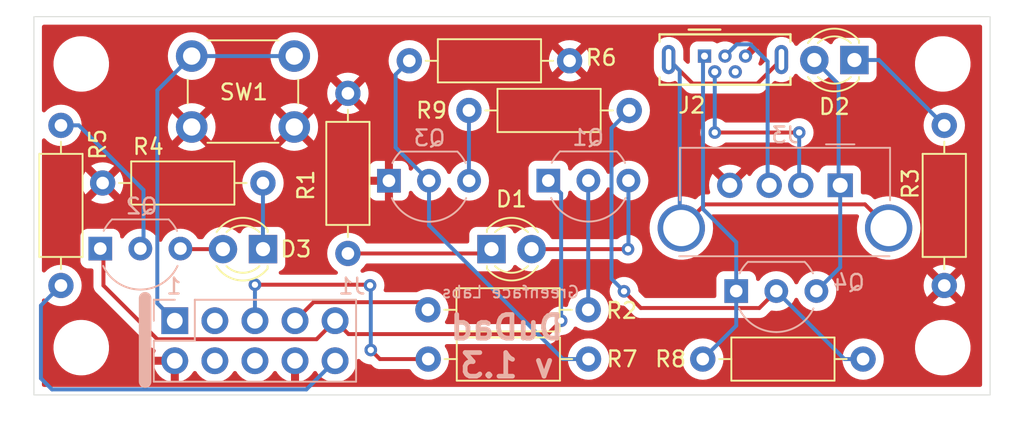
<source format=kicad_pcb>
(kicad_pcb (version 20211014) (generator pcbnew)
  (title_block (title "DuDad") (rev "1.3"))
  (layers (0 "F.Cu" signal) (31 "B.Cu" signal) (34 "B.Paste" user) (35 "F.Paste" user) (36 "B.SilkS" user "B.Silkscreen") (37 "F.SilkS" user "F.Silkscreen") (38 "B.Mask" user) (39 "F.Mask" user) (44 "Edge.Cuts" user))
  (net 0 "")
  (net 1 "Net-(J2-Pad1)")
  (net 2 "Net-(J2-Pad2)")
  (net 3 "Net-(J2-Pad3)")
  (net 4 "Net-(J2-Pad6)")
  (net 5 "Net-(J1-Pad1)")
  (net 6 "+12V")
  (net 7 "GND")
  (net 8 "Net-(D1-Pad1)")
  (net 9 "Net-(D1-Pad2)")
  (net 10 "Net-(D2-Pad2)")
  (net 11 "Net-(D2-Pad1)")
  (net 12 "Net-(J1-Pad7)")
  (net 13 "Net-(Q1-Pad2)")
  (net 14 "Net-(D3-Pad1)")
  (net 15 "Net-(D3-Pad2)")
  (net 16 "Net-(J1-Pad10)")
  (net 17 "Net-(Q2-Pad2)")
  (net 21 "+3V3")
  (net 23 "Net-(Q3-Pad2)")
  (net 24 "Net-(Q3-Pad3)")
  (net 25 "Net-(Q4-Pad2)")
  (footprint "Connector_USB:USB_Micro-B_Wuerth_614105150721_Vertical" (layer "F.Cu") (at 92.5 52.5)
    (fp_text reference "J2" (at -0.806 3.126) (layer "F.SilkS"))
    (fp_text value "USB_B_Micro")
    (fp_line (start -2.85 -1.38) (end 5.45 -1.38) (layer "F.SilkS") (width 0.15))
    (fp_line (start -2.85 1.82) (end 5.45 1.82) (layer "F.SilkS") (width 0.15))
    (fp_line (start -1 -1.68) (end 1 -1.68) (layer "F.SilkS") (width 0.15))
    (fp_line (start -2.85 -0.905) (end -2.85 -1.38) (layer "F.SilkS") (width 0.15))
    (fp_line (start 5.45 1.82) (end 5.45 1.345) (layer "F.SilkS") (width 0.15))
    (fp_line (start 5.45 -1.38) (end 5.45 -0.905) (layer "F.SilkS") (width 0.15))
    (fp_line (start -2.85 1.345) (end -2.85 1.82) (layer "F.SilkS") (width 0.15))
    (pad "1" thru_hole rect locked (at 0 0) (size 0.84 0.84) (drill 0.44) (layers *.Cu *.Mask) (net 1 "Net-(J2-Pad1)"))
    (pad "2" thru_hole circle locked (at 0.65 1) (size 0.84 0.84) (drill 0.44) (layers *.Cu *.Mask) (net 2 "Net-(J2-Pad2)"))
    (pad "3" thru_hole circle locked (at 1.3 0) (size 0.84 0.84) (drill 0.44) (layers *.Cu *.Mask) (net 3 "Net-(J2-Pad3)"))
    (pad "4" thru_hole circle locked (at 1.95 1) (size 0.84 0.84) (drill 0.44) (layers *.Cu *.Mask))
    (pad "5" thru_hole circle locked (at 2.6 0) (size 0.84 0.84) (drill 0.44) (layers *.Cu *.Mask) (net 7 "GND"))
    (pad "6" thru_hole oval locked (at -2.275 0.22) (size 0.85 1.85) (drill oval 0.35 1.35) (layers *.Cu *.Mask) (net 4 "Net-(J2-Pad6)"))
    (pad "6" thru_hole oval locked (at 4.875 0.22) (size 0.85 1.85) (drill oval 0.35 1.35) (layers *.Cu *.Mask) (net 4 "Net-(J2-Pad6)"))
  )
  (footprint "MountingHole:MountingHole_2.5mm" (layer "F.Cu") (at 53 53)
    (fp_text reference "H1" hide)
    (fp_text value "MountingHole")
    (pad "" np_thru_hole circle locked (at 0 0) (size 2.5 2.5) (drill 2.5) (layers *.Cu *.Mask))
  )
  (footprint "MountingHole:MountingHole_2.5mm" (layer "F.Cu") (at 107.6 53)
    (fp_text reference "H2" hide)
    (fp_text value "MountingHole")
    (pad "" np_thru_hole circle locked (at 0 0) (size 2.5 2.5) (drill 2.5) (layers *.Cu *.Mask))
  )
  (footprint "MountingHole:MountingHole_2.5mm" (layer "F.Cu") (at 53 71)
    (fp_text reference "H3" hide)
    (fp_text value "MountingHole")
    (pad "" np_thru_hole circle locked (at 0 0) (size 2.5 2.5) (drill 2.5) (layers *.Cu *.Mask))
  )
  (footprint "MountingHole:MountingHole_2.5mm" (layer "F.Cu") (at 107.6 71)
    (fp_text reference "H4" hide)
    (fp_text value "MountingHole")
    (pad "" np_thru_hole circle locked (at 0 0) (size 2.5 2.5) (drill 2.5) (layers *.Cu *.Mask))
  )
  (footprint "Button_Switch_THT:SW_PUSH_6mm" (layer "F.Cu") (at 60 52.5)
    (fp_text reference "SW1" (at 3.302 2.286) (layer "F.SilkS"))
    (fp_text value "Reset")
    (fp_line (start 1 5.5) (end 5.5 5.5) (layer "F.SilkS") (width 0.12))
    (fp_line (start 5.5 -1) (end 1 -1) (layer "F.SilkS") (width 0.12))
    (fp_line (start 6.75 3) (end 6.75 1.5) (layer "F.SilkS") (width 0.12))
    (fp_line (start -0.25 1.5) (end -0.25 3) (layer "F.SilkS") (width 0.12))
    (pad "1" thru_hole circle locked (at 6.5 0 90) (size 2 2) (drill 1.1) (layers *.Cu *.Mask) (net 5 "Net-(J1-Pad1)"))
    (pad "1" thru_hole circle locked (at 0 0 90) (size 2 2) (drill 1.1) (layers *.Cu *.Mask) (net 5 "Net-(J1-Pad1)"))
    (pad "2" thru_hole circle locked (at 0 4.5 90) (size 2 2) (drill 1.1) (layers *.Cu *.Mask) (net 7 "GND"))
    (pad "2" thru_hole circle locked (at 6.5 4.5 90) (size 2 2) (drill 1.1) (layers *.Cu *.Mask) (net 7 "GND"))
  )
  (footprint "LED_THT:LED_D3.0mm" (layer "F.Cu") (at 79 64.75)
    (fp_text reference "D1" (at 1.2552 -3.1696) (layer "F.SilkS"))
    (fp_text value "RED LED")
    (fp_line (start -0.29 1.08) (end -0.29 1.236) (layer "F.SilkS") (width 0.12))
    (fp_line (start -0.29 -1.236) (end -0.29 -1.08) (layer "F.SilkS") (width 0.12))
    (fp_arc (start -0.29 -1.235516) (mid 1.366487 -1.987659) (end 2.942335 -1.078608) (layer "F.SilkS") (width 0.12))
    (fp_arc (start 2.942335 1.078608) (mid 1.366487 1.987659) (end -0.29 1.235516) (layer "F.SilkS") (width 0.12))
    (fp_arc (start 2.31113 1.079837) (mid 1.270117 1.5) (end 0.229039 1.08) (layer "F.SilkS") (width 0.12))
    (fp_arc (start 0.229039 -1.08) (mid 1.270117 -1.5) (end 2.31113 -1.079837) (layer "F.SilkS") (width 0.12))
    (pad "1" thru_hole rect locked (at 0 0) (size 1.8 1.8) (drill 0.9) (layers *.Cu *.Mask) (net 8 "Net-(D1-Pad1)"))
    (pad "2" thru_hole circle locked (at 2.54 0) (size 1.8 1.8) (drill 0.9) (layers *.Cu *.Mask) (net 9 "Net-(D1-Pad2)"))
  )
  (footprint "LED_THT:LED_D3.0mm" (layer "F.Cu") (at 102 52.75 180)
    (fp_text reference "D2" (at 1.27 -2.96) (layer "F.SilkS"))
    (fp_text value "GREEN LED")
    (fp_line (start -0.29 -1.236) (end -0.29 -1.08) (layer "F.SilkS") (width 0.12))
    (fp_line (start -0.29 1.08) (end -0.29 1.236) (layer "F.SilkS") (width 0.12))
    (fp_arc (start 2.942335 1.078608) (mid 1.366487 1.987659) (end -0.29 1.235516) (layer "F.SilkS") (width 0.12))
    (fp_arc (start 0.229039 -1.08) (mid 1.270117 -1.5) (end 2.31113 -1.079837) (layer "F.SilkS") (width 0.12))
    (fp_arc (start -0.29 -1.235516) (mid 1.366487 -1.987659) (end 2.942335 -1.078608) (layer "F.SilkS") (width 0.12))
    (fp_arc (start 2.31113 1.079837) (mid 1.270117 1.5) (end 0.229039 1.08) (layer "F.SilkS") (width 0.12))
    (pad "1" thru_hole rect locked (at 0 0 180) (size 1.8 1.8) (drill 0.9) (layers *.Cu *.Mask) (net 11 "Net-(D2-Pad1)"))
    (pad "2" thru_hole circle locked (at 2.54 0 180) (size 1.8 1.8) (drill 0.9) (layers *.Cu *.Mask) (net 10 "Net-(D2-Pad2)"))
  )
  (footprint "Resistor_THT:R_Axial_DIN0207_L6.3mm_D2.5mm_P10.16mm_Horizontal" (layer "F.Cu") (at 69.9 54.864 -90)
    (fp_text reference "R1" (at 5.836 2.658 90) (layer "F.SilkS"))
    (fp_text value "200")
    (fp_line (start 1.04 0) (end 1.81 0) (layer "F.SilkS") (width 0.12))
    (fp_line (start 8.35 1.37) (end 8.35 -1.37) (layer "F.SilkS") (width 0.12))
    (fp_line (start 1.81 -1.37) (end 1.81 1.37) (layer "F.SilkS") (width 0.12))
    (fp_line (start 1.81 1.37) (end 8.35 1.37) (layer "F.SilkS") (width 0.12))
    (fp_line (start 9.12 0) (end 8.35 0) (layer "F.SilkS") (width 0.12))
    (fp_line (start 8.35 -1.37) (end 1.81 -1.37) (layer "F.SilkS") (width 0.12))
    (pad "1" thru_hole circle locked (at 0 0 270) (size 1.6 1.6) (drill 0.8) (layers *.Cu *.Mask) (net 7 "GND"))
    (pad "2" thru_hole oval locked (at 10.16 0 270) (size 1.6 1.6) (drill 0.8) (layers *.Cu *.Mask) (net 8 "Net-(D1-Pad1)"))
  )
  (footprint "Resistor_THT:R_Axial_DIN0207_L6.3mm_D2.5mm_P10.16mm_Horizontal" (layer "F.Cu") (at 74.97 68.6)
    (fp_text reference "R2" (at 12.28 0.05) (layer "F.SilkS"))
    (fp_text value "43K")
    (fp_line (start 1.04 0) (end 1.81 0) (layer "F.SilkS") (width 0.12))
    (fp_line (start 8.35 -1.37) (end 1.81 -1.37) (layer "F.SilkS") (width 0.12))
    (fp_line (start 9.12 0) (end 8.35 0) (layer "F.SilkS") (width 0.12))
    (fp_line (start 8.35 1.37) (end 8.35 -1.37) (layer "F.SilkS") (width 0.12))
    (fp_line (start 1.81 -1.37) (end 1.81 1.37) (layer "F.SilkS") (width 0.12))
    (fp_line (start 1.81 1.37) (end 8.35 1.37) (layer "F.SilkS") (width 0.12))
    (pad "1" thru_hole circle locked (at 0 0) (size 1.6 1.6) (drill 0.8) (layers *.Cu *.Mask) (net 12 "Net-(J1-Pad7)"))
    (pad "2" thru_hole oval locked (at 10.16 0) (size 1.6 1.6) (drill 0.8) (layers *.Cu *.Mask) (net 13 "Net-(Q1-Pad2)"))
  )
  (footprint "Resistor_THT:R_Axial_DIN0207_L6.3mm_D2.5mm_P10.16mm_Horizontal" (layer "F.Cu") (at 107.696 67.056 90)
    (fp_text reference "R3" (at 6.456 -2.146 90) (layer "F.SilkS"))
    (fp_text value "1K")
    (fp_line (start 1.81 -1.37) (end 1.81 1.37) (layer "F.SilkS") (width 0.12))
    (fp_line (start 8.35 -1.37) (end 1.81 -1.37) (layer "F.SilkS") (width 0.12))
    (fp_line (start 1.81 1.37) (end 8.35 1.37) (layer "F.SilkS") (width 0.12))
    (fp_line (start 1.04 0) (end 1.81 0) (layer "F.SilkS") (width 0.12))
    (fp_line (start 8.35 1.37) (end 8.35 -1.37) (layer "F.SilkS") (width 0.12))
    (fp_line (start 9.12 0) (end 8.35 0) (layer "F.SilkS") (width 0.12))
    (pad "1" thru_hole circle locked (at 0 0 90) (size 1.6 1.6) (drill 0.8) (layers *.Cu *.Mask) (net 7 "GND"))
    (pad "2" thru_hole oval locked (at 10.16 0 90) (size 1.6 1.6) (drill 0.8) (layers *.Cu *.Mask) (net 11 "Net-(D2-Pad1)"))
  )
  (footprint "LED_THT:LED_D3.0mm" (layer "F.Cu") (at 64.52 64.75 180)
    (fp_text reference "D3" (at -2.08 0) (layer "F.SilkS"))
    (fp_text value "YELLOW LED")
    (fp_line (start -0.29 -1.236) (end -0.29 -1.08) (layer "F.SilkS") (width 0.12))
    (fp_line (start -0.29 1.08) (end -0.29 1.236) (layer "F.SilkS") (width 0.12))
    (fp_arc (start 2.942335 1.078608) (mid 1.366487 1.987659) (end -0.29 1.235516) (layer "F.SilkS") (width 0.12))
    (fp_arc (start 0.229039 -1.08) (mid 1.270117 -1.5) (end 2.31113 -1.079837) (layer "F.SilkS") (width 0.12))
    (fp_arc (start -0.29 -1.235516) (mid 1.366487 -1.987659) (end 2.942335 -1.078608) (layer "F.SilkS") (width 0.12))
    (fp_arc (start 2.31113 1.079837) (mid 1.270117 1.5) (end 0.229039 1.08) (layer "F.SilkS") (width 0.12))
    (pad "1" thru_hole rect locked (at 0 0 180) (size 1.8 1.8) (drill 0.9) (layers *.Cu *.Mask) (net 14 "Net-(D3-Pad1)"))
    (pad "2" thru_hole circle locked (at 2.54 0 180) (size 1.8 1.8) (drill 0.9) (layers *.Cu *.Mask) (net 15 "Net-(D3-Pad2)"))
  )
  (footprint "Resistor_THT:R_Axial_DIN0207_L6.3mm_D2.5mm_P10.16mm_Horizontal" (layer "F.Cu") (at 54.356 60.5536)
    (fp_text reference "R4" (at 2.894 -2.3036) (layer "F.SilkS"))
    (fp_text value "200")
    (fp_line (start 1.04 0) (end 1.81 0) (layer "F.SilkS") (width 0.12))
    (fp_line (start 1.81 1.37) (end 8.35 1.37) (layer "F.SilkS") (width 0.12))
    (fp_line (start 9.12 0) (end 8.35 0) (layer "F.SilkS") (width 0.12))
    (fp_line (start 8.35 1.37) (end 8.35 -1.37) (layer "F.SilkS") (width 0.12))
    (fp_line (start 8.35 -1.37) (end 1.81 -1.37) (layer "F.SilkS") (width 0.12))
    (fp_line (start 1.81 -1.37) (end 1.81 1.37) (layer "F.SilkS") (width 0.12))
    (pad "1" thru_hole circle locked (at 0 0) (size 1.6 1.6) (drill 0.8) (layers *.Cu *.Mask) (net 7 "GND"))
    (pad "2" thru_hole oval locked (at 10.16 0) (size 1.6 1.6) (drill 0.8) (layers *.Cu *.Mask) (net 14 "Net-(D3-Pad1)"))
  )
  (footprint "Resistor_THT:R_Axial_DIN0207_L6.3mm_D2.5mm_P10.16mm_Horizontal" (layer "F.Cu") (at 51.7144 67.056 90)
    (fp_text reference "R5" (at 8.956 2.3356 90) (layer "F.SilkS"))
    (fp_text value "43K")
    (fp_line (start 1.81 -1.37) (end 1.81 1.37) (layer "F.SilkS") (width 0.12))
    (fp_line (start 1.81 1.37) (end 8.35 1.37) (layer "F.SilkS") (width 0.12))
    (fp_line (start 9.12 0) (end 8.35 0) (layer "F.SilkS") (width 0.12))
    (fp_line (start 8.35 1.37) (end 8.35 -1.37) (layer "F.SilkS") (width 0.12))
    (fp_line (start 1.04 0) (end 1.81 0) (layer "F.SilkS") (width 0.12))
    (fp_line (start 8.35 -1.37) (end 1.81 -1.37) (layer "F.SilkS") (width 0.12))
    (pad "1" thru_hole circle locked (at 0 0 90) (size 1.6 1.6) (drill 0.8) (layers *.Cu *.Mask) (net 16 "Net-(J1-Pad10)"))
    (pad "2" thru_hole oval locked (at 10.16 0 90) (size 1.6 1.6) (drill 0.8) (layers *.Cu *.Mask) (net 17 "Net-(Q2-Pad2)"))
  )
  (footprint "Resistor_THT:R_Axial_DIN0207_L6.3mm_D2.5mm_P10.16mm_Horizontal" (layer "F.Cu") (at 83.95 52.8 180)
    (fp_text reference "R6" (at -2 0.2) (layer "F.SilkS"))
    (fp_text value "10K")
    (fp_line (start 8.35 1.37) (end 8.35 -1.37) (layer "F.SilkS") (width 0.12))
    (fp_line (start 1.04 0) (end 1.81 0) (layer "F.SilkS") (width 0.12))
    (fp_line (start 1.81 -1.37) (end 1.81 1.37) (layer "F.SilkS") (width 0.12))
    (fp_line (start 9.12 0) (end 8.35 0) (layer "F.SilkS") (width 0.12))
    (fp_line (start 1.81 1.37) (end 8.35 1.37) (layer "F.SilkS") (width 0.12))
    (fp_line (start 8.35 -1.37) (end 1.81 -1.37) (layer "F.SilkS") (width 0.12))
    (pad "1" thru_hole circle (at 0 0 180) (size 1.6 1.6) (drill 0.8) (layers *.Cu *.Mask) (net 7 "GND"))
    (pad "2" thru_hole oval (at 10.16 0 180) (size 1.6 1.6) (drill 0.8) (layers *.Cu *.Mask) (net 23 "Net-(Q3-Pad2)"))
  )
  (footprint "Resistor_THT:R_Axial_DIN0207_L6.3mm_D2.5mm_P10.16mm_Horizontal" (layer "F.Cu") (at 102.55 71.725 180)
    (fp_text reference "R8" (at 12.2 0) (layer "F.SilkS"))
    (fp_text value "43K")
    (fp_line (start 1.81 -1.37) (end 1.81 1.37) (layer "F.SilkS") (width 0.12))
    (fp_line (start 9.12 0) (end 8.35 0) (layer "F.SilkS") (width 0.12))
    (fp_line (start 8.35 -1.37) (end 1.81 -1.37) (layer "F.SilkS") (width 0.12))
    (fp_line (start 1.04 0) (end 1.81 0) (layer "F.SilkS") (width 0.12))
    (fp_line (start 1.81 1.37) (end 8.35 1.37) (layer "F.SilkS") (width 0.12))
    (fp_line (start 8.35 1.37) (end 8.35 -1.37) (layer "F.SilkS") (width 0.12))
    (pad "1" thru_hole circle (at 0 0 180) (size 1.6 1.6) (drill 0.8) (layers *.Cu *.Mask) (net 25 "Net-(Q4-Pad2)"))
    (pad "2" thru_hole oval (at 10.16 0 180) (size 1.6 1.6) (drill 0.8) (layers *.Cu *.Mask) (net 1 "Net-(J2-Pad1)"))
  )
  (footprint "Resistor_THT:R_Axial_DIN0207_L6.3mm_D2.5mm_P10.16mm_Horizontal" (layer "F.Cu") (at 77.57 55.95)
    (fp_text reference "R9" (at -2.37 0) (layer "F.SilkS"))
    (fp_text value "10K")
    (fp_line (start 1.81 1.37) (end 8.35 1.37) (layer "F.SilkS") (width 0.12))
    (fp_line (start 1.04 0) (end 1.81 0) (layer "F.SilkS") (width 0.12))
    (fp_line (start 8.35 1.37) (end 8.35 -1.37) (layer "F.SilkS") (width 0.12))
    (fp_line (start 9.12 0) (end 8.35 0) (layer "F.SilkS") (width 0.12))
    (fp_line (start 8.35 -1.37) (end 1.81 -1.37) (layer "F.SilkS") (width 0.12))
    (fp_line (start 1.81 -1.37) (end 1.81 1.37) (layer "F.SilkS") (width 0.12))
    (pad "1" thru_hole circle (at 0 0) (size 1.6 1.6) (drill 0.8) (layers *.Cu *.Mask) (net 24 "Net-(Q3-Pad3)"))
    (pad "2" thru_hole oval (at 10.16 0) (size 1.6 1.6) (drill 0.8) (layers *.Cu *.Mask) (net 25 "Net-(Q4-Pad2)"))
  )
  (footprint "Resistor_THT:R_Axial_DIN0207_L6.3mm_D2.5mm_P10.16mm_Horizontal" (layer "F.Cu") (at 85.15 71.725 180)
    (fp_text reference "R7" (at -2.125 0) (layer "F.SilkS"))
    (fp_text value "43K")
    (fp_line (start 8.35 -1.37) (end 1.81 -1.37) (layer "F.SilkS") (width 0.12))
    (fp_line (start 9.12 0) (end 8.35 0) (layer "F.SilkS") (width 0.12))
    (fp_line (start 1.81 1.37) (end 8.35 1.37) (layer "F.SilkS") (width 0.12))
    (fp_line (start 1.04 0) (end 1.81 0) (layer "F.SilkS") (width 0.12))
    (fp_line (start 1.81 -1.37) (end 1.81 1.37) (layer "F.SilkS") (width 0.12))
    (fp_line (start 8.35 1.37) (end 8.35 -1.37) (layer "F.SilkS") (width 0.12))
    (pad "1" thru_hole circle (at 0 0 180) (size 1.6 1.6) (drill 0.8) (layers *.Cu *.Mask) (net 23 "Net-(Q3-Pad2)"))
    (pad "2" thru_hole oval (at 10.16 0 180) (size 1.6 1.6) (drill 0.8) (layers *.Cu *.Mask) (net 6 "+12V"))
  )
  (footprint "sputterizer:USB_A_Amphenol_UE27AE54100_Vertical" (layer "B.Cu") (at 101.1 60.7 180)
    (fp_text reference "J3" (at 3.5 3.19) (layer "B.SilkS") (effects (justify mirror)))
    (fp_text value "USB_A")
    (fp_line (start -3.12 -4.5) (end 10.2 -4.5) (layer "B.SilkS") (width 0.12))
    (fp_line (start -3.16 2.38) (end -3.16 -0.95) (layer "B.SilkS") (width 0.12))
    (fp_line (start 10.16 2.38) (end 10.16 -0.95) (layer "B.SilkS") (width 0.12))
    (fp_line (start -3.16 2.38) (end 10.16 2.38) (layer "B.SilkS") (width 0.12))
    (fp_line (start -0.9 2.6) (end 0.9 2.6) (layer "B.SilkS") (width 0.12))
    (pad "1" thru_hole rect (at 0 0 180) (size 1.6 1.5) (drill 0.95) (layers *.Cu *.Mask) (net 10 "Net-(D2-Pad2)"))
    (pad "2" thru_hole circle (at 2.5 0 180) (size 1.6 1.6) (drill 0.95) (layers *.Cu *.Mask) (net 2 "Net-(J2-Pad2)"))
    (pad "3" thru_hole circle (at 4.5 0 180) (size 1.6 1.6) (drill 0.95) (layers *.Cu *.Mask) (net 3 "Net-(J2-Pad3)"))
    (pad "4" thru_hole circle (at 7 0 180) (size 1.6 1.6) (drill 0.95) (layers *.Cu *.Mask) (net 7 "GND"))
    (pad "5" thru_hole circle (at 10.07 -2.71 180) (size 3 3) (drill 2.3) (layers *.Cu *.Mask) (net 4 "Net-(J2-Pad6)"))
    (pad "5" thru_hole circle (at -3.07 -2.71 180) (size 3 3) (drill 2.3) (layers *.Cu *.Mask) (net 4 "Net-(J2-Pad6)"))
  )
  (footprint "Connector_PinHeader_2.54mm:PinHeader_2x05_P2.54mm_Vertical" (layer "B.Cu") (at 58.928 69.2912 -90)
    (fp_text reference "J1" (at -2.1844 -11.2268) (layer "B.SilkS") (effects (justify mirror)))
    (fp_text value "EXP")
    (fp_line (start -1.33 1.33) (end 0 1.33) (layer "B.SilkS") (width 0.12))
    (fp_line (start -1.33 -1.27) (end 1.27 -1.27) (layer "B.SilkS") (width 0.12))
    (fp_line (start 1.27 1.33) (end 3.87 1.33) (layer "B.SilkS") (width 0.12))
    (fp_line (start -1.33 -11.49) (end 3.87 -11.49) (layer "B.SilkS") (width 0.12))
    (fp_line (start 3.87 1.33) (end 3.87 -11.49) (layer "B.SilkS") (width 0.12))
    (fp_line (start -1.33 -1.27) (end -1.33 -11.49) (layer "B.SilkS") (width 0.12))
    (fp_line (start -1.33 0) (end -1.33 1.33) (layer "B.SilkS") (width 0.12))
    (fp_line (start 1.27 -1.27) (end 1.27 1.33) (layer "B.SilkS") (width 0.12))
    (pad "1" thru_hole rect locked (at 0 0 270) (size 1.7 1.7) (drill 1) (layers *.Cu *.Mask) (net 5 "Net-(J1-Pad1)"))
    (pad "2" thru_hole oval locked (at 2.54 0 270) (size 1.7 1.7) (drill 1) (layers *.Cu *.Mask) (net 7 "GND"))
    (pad "3" thru_hole oval locked (at 0 -2.54 270) (size 1.7 1.7) (drill 1) (layers *.Cu *.Mask))
    (pad "4" thru_hole oval locked (at 2.54 -2.54 270) (size 1.7 1.7) (drill 1) (layers *.Cu *.Mask))
    (pad "5" thru_hole oval locked (at 0 -5.08 270) (size 1.7 1.7) (drill 1) (layers *.Cu *.Mask) (net 6 "+12V"))
    (pad "6" thru_hole oval locked (at 2.54 -5.08 270) (size 1.7 1.7) (drill 1) (layers *.Cu *.Mask))
    (pad "7" thru_hole oval locked (at 0 -7.62 270) (size 1.7 1.7) (drill 1) (layers *.Cu *.Mask) (net 12 "Net-(J1-Pad7)"))
    (pad "8" thru_hole oval locked (at 2.54 -7.62 270) (size 1.7 1.7) (drill 1) (layers *.Cu *.Mask) (net 7 "GND"))
    (pad "9" thru_hole oval locked (at 0 -10.16 270) (size 1.7 1.7) (drill 1) (layers *.Cu *.Mask) (net 21 "+3V3"))
    (pad "10" thru_hole oval locked (at 2.54 -10.16 270) (size 1.7 1.7) (drill 1) (layers *.Cu *.Mask) (net 16 "Net-(J1-Pad10)"))
  )
  (footprint "Package_TO_SOT_THT:TO-92_Inline_Wide" (layer "B.Cu") (at 82.6 60.4)
    (fp_text reference "Q1" (at 2.525 -2.725) (layer "B.SilkS") (effects (justify mirror)))
    (fp_text value "2N3906")
    (fp_line (start 0.74 -1.85) (end 4.34 -1.85) (layer "B.SilkS") (width 0.12))
    (fp_arc (start 2.54 2.6) (mid 1.143021 2.192817) (end 0.1836 1.098807) (layer "B.SilkS") (width 0.12))
    (fp_arc (start 4.34 -1.85) (mid 4.633903 -1.509328) (end 4.864184 -1.122795) (layer "B.SilkS") (width 0.12))
    (fp_arc (start 0.215816 -1.122795) (mid 0.446097 -1.509328) (end 0.74 -1.85) (layer "B.SilkS") (width 0.12))
    (fp_arc (start 4.8964 1.098807) (mid 3.936979 2.192818) (end 2.54 2.6) (layer "B.SilkS") (width 0.12))
    (pad "1" thru_hole rect locked (at 0 0) (size 1.5 1.5) (drill 0.8) (layers *.Cu *.Mask) (net 21 "+3V3"))
    (pad "2" thru_hole circle locked (at 2.54 0) (size 1.5 1.5) (drill 0.8) (layers *.Cu *.Mask) (net 13 "Net-(Q1-Pad2)"))
    (pad "3" thru_hole circle locked (at 5.08 0) (size 1.5 1.5) (drill 0.8) (layers *.Cu *.Mask) (net 9 "Net-(D1-Pad2)"))
  )
  (footprint "Package_TO_SOT_THT:TO-92_Inline_Wide" (layer "B.Cu") (at 54.2068 64.715)
    (fp_text reference "Q2" (at 2.6182 -2.69) (layer "B.SilkS") (effects (justify mirror)))
    (fp_text value "2N3906")
    (fp_line (start 0.74 -1.85) (end 4.34 -1.85) (layer "B.SilkS") (width 0.12))
    (fp_arc (start 2.54 2.6) (mid 1.143021 2.192817) (end 0.1836 1.098807) (layer "B.SilkS") (width 0.12))
    (fp_arc (start 0.215816 -1.122795) (mid 0.446097 -1.509328) (end 0.74 -1.85) (layer "B.SilkS") (width 0.12))
    (fp_arc (start 4.8964 1.098807) (mid 3.936979 2.192818) (end 2.54 2.6) (layer "B.SilkS") (width 0.12))
    (fp_arc (start 4.34 -1.85) (mid 4.633903 -1.509328) (end 4.864184 -1.122795) (layer "B.SilkS") (width 0.12))
    (pad "1" thru_hole rect locked (at 0 0) (size 1.5 1.5) (drill 0.8) (layers *.Cu *.Mask) (net 21 "+3V3"))
    (pad "2" thru_hole circle locked (at 2.54 0) (size 1.5 1.5) (drill 0.8) (layers *.Cu *.Mask) (net 17 "Net-(Q2-Pad2)"))
    (pad "3" thru_hole circle locked (at 5.08 0) (size 1.5 1.5) (drill 0.8) (layers *.Cu *.Mask) (net 15 "Net-(D3-Pad2)"))
  )
  (footprint "Package_TO_SOT_THT:TO-92_Inline_Wide" (layer "B.Cu") (at 72.5 60.41)
    (fp_text reference "Q3" (at 2.575 -2.71) (layer "B.SilkS") (effects (justify mirror)))
    (fp_text value "2N7000")
    (fp_line (start 0.74 -1.85) (end 4.34 -1.85) (layer "B.SilkS") (width 0.12))
    (fp_arc (start 4.8964 1.098807) (mid 3.936979 2.192818) (end 2.54 2.6) (layer "B.SilkS") (width 0.12))
    (fp_arc (start 2.54 2.6) (mid 1.143021 2.192817) (end 0.1836 1.098807) (layer "B.SilkS") (width 0.12))
    (fp_arc (start 0.215816 -1.122795) (mid 0.446097 -1.509328) (end 0.74 -1.85) (layer "B.SilkS") (width 0.12))
    (fp_arc (start 4.34 -1.85) (mid 4.633903 -1.509328) (end 4.864184 -1.122795) (layer "B.SilkS") (width 0.12))
    (pad "1" thru_hole rect (at 0 0) (size 1.5 1.5) (drill 0.8) (layers *.Cu *.Mask) (net 7 "GND"))
    (pad "2" thru_hole circle (at 2.54 0) (size 1.5 1.5) (drill 0.8) (layers *.Cu *.Mask) (net 23 "Net-(Q3-Pad2)"))
    (pad "3" thru_hole circle (at 5.08 0) (size 1.5 1.5) (drill 0.8) (layers *.Cu *.Mask) (net 24 "Net-(Q3-Pad3)"))
  )
  (footprint "Package_TO_SOT_THT:TO-92_Inline_Wide" (layer "B.Cu") (at 94.51 67.41)
    (fp_text reference "Q4" (at 7.14 -0.54) (layer "B.SilkS") (effects (justify mirror)))
    (fp_text value "2N3906")
    (fp_line (start 0.74 -1.85) (end 4.34 -1.85) (layer "B.SilkS") (width 0.12))
    (fp_arc (start 4.8964 1.098807) (mid 3.936979 2.192818) (end 2.54 2.6) (layer "B.SilkS") (width 0.12))
    (fp_arc (start 2.54 2.6) (mid 1.143021 2.192817) (end 0.1836 1.098807) (layer "B.SilkS") (width 0.12))
    (fp_arc (start 0.215816 -1.122795) (mid 0.446097 -1.509328) (end 0.74 -1.85) (layer "B.SilkS") (width 0.12))
    (fp_arc (start 4.34 -1.85) (mid 4.633903 -1.509328) (end 4.864184 -1.122795) (layer "B.SilkS") (width 0.12))
    (pad "1" thru_hole rect (at 0 0) (size 1.5 1.5) (drill 0.8) (layers *.Cu *.Mask) (net 1 "Net-(J2-Pad1)"))
    (pad "2" thru_hole circle (at 2.54 0) (size 1.5 1.5) (drill 0.8) (layers *.Cu *.Mask) (net 25 "Net-(Q4-Pad2)"))
    (pad "3" thru_hole circle (at 5.08 0) (size 1.5 1.5) (drill 0.8) (layers *.Cu *.Mask) (net 10 "Net-(D2-Pad2)"))
  )
  (gr_line (start 57.0484 67.8688) (end 57.0484 73.152) (layer "B.SilkS") (width 0.8))
  (gr_line (start 110.6 50) (end 110.6 74) (layer "Edge.Cuts") (width 0.05))
  (gr_line (start 50 50) (end 110.6 50) (layer "Edge.Cuts") (width 0.05))
  (gr_line (start 50 74) (end 110.6 74) (layer "Edge.Cuts") (width 0.05))
  (gr_line (start 50 50) (end 50 74) (layer "Edge.Cuts") (width 0.05))
  (gr_text "Greenface Labs" (at 80.2 67.475) (layer "B.SilkS") (effects (font (size 0.75 0.75) (thickness 0.12)) (justify mirror)))
  (gr_text "1" (at 58.8772 67.1068) (layer "B.SilkS") (effects (font (size 1 1)) (justify mirror)))
  (gr_text "DuDad\nv 1.3" (at 79.975 70.925) (layer "B.SilkS") (effects (font (size 1.5 1.5) (thickness 0.3)) (justify mirror)))
  (segment (start 92.5 52.5) (end 92.405489 52.594511) (width 0.25) (layer "B.Cu") (net 1))
  (segment (start 92.405489 62.20524) (end 94.51 64.309751) (width 0.25) (layer "B.Cu") (net 1))
  (segment (start 94.51 67.41) (end 94.51 69.605) (width 0.25) (layer "B.Cu") (net 1))
  (segment (start 94.51 64.309751) (end 94.51 67.41) (width 0.25) (layer "B.Cu") (net 1))
  (segment (start 94.51 69.605) (end 92.39 71.725) (width 0.25) (layer "B.Cu") (net 1))
  (segment (start 92.405489 52.594511) (end 92.405489 62.20524) (width 0.25) (layer "B.Cu") (net 1))
  (segment (start 98.5 57.35) (end 93.15 57.35) (width 0.25) (layer "F.Cu") (net 2))
  (via (at 93.15 57.35) (size 0.8) (drill 0.4) (layers "F.Cu" "B.Cu") (net 2))
  (via (at 98.5 57.35) (size 0.8) (drill 0.4) (layers "F.Cu" "B.Cu") (net 2))
  (segment (start 93.15 53.5) (end 93.15 57.35) (width 0.25) (layer "B.Cu") (net 2))
  (segment (start 98.5 60.7) (end 98.5 57.35) (width 0.25) (layer "B.Cu") (net 2))
  (segment (start 96.5 52.847101) (end 95.407898 51.754999) (width 0.25) (layer "B.Cu") (net 3))
  (segment (start 96.5 60.7) (end 96.5 52.847101) (width 0.25) (layer "B.Cu") (net 3))
  (segment (start 93.8 52.5) (end 94.545001 51.754999) (width 0.25) (layer "B.Cu") (net 3))
  (segment (start 95.407898 51.754999) (end 94.545001 51.754999) (width 0.25) (layer "B.Cu") (net 3))
  (segment (start 102.67 61.91) (end 104.17 63.41) (width 0.25) (layer "F.Cu") (net 4))
  (segment (start 91.03 63.41) (end 92.53 61.91) (width 0.25) (layer "F.Cu") (net 4))
  (segment (start 92.53 61.91) (end 102.67 61.91) (width 0.25) (layer "F.Cu") (net 4))
  (segment (start 90.225 52.72) (end 91.750001 54.245001) (width 0.25) (layer "F.Cu") (net 4))
  (segment (start 91.750001 54.245001) (end 95.849999 54.245001) (width 0.25) (layer "F.Cu") (net 4))
  (segment (start 95.849999 54.245001) (end 97.375 52.72) (width 0.25) (layer "F.Cu") (net 4))
  (segment (start 90.93 53.425) (end 90.225 52.72) (width 0.25) (layer "B.Cu") (net 4))
  (segment (start 90.93 63.41) (end 90.93 53.425) (width 0.25) (layer "B.Cu") (net 4))
  (segment (start 57.821311 54.678689) (end 60 52.5) (width 0.25) (layer "B.Cu") (net 5))
  (segment (start 60 52.5) (end 66.5 52.5) (width 0.25) (layer "B.Cu") (net 5))
  (segment (start 57.821311 68.184511) (end 57.821311 54.678689) (width 0.25) (layer "B.Cu") (net 5))
  (segment (start 58.928 69.2912) (end 57.821311 68.184511) (width 0.25) (layer "B.Cu") (net 5))
  (segment (start 74.99 71.725) (end 71.925 71.725) (width 0.25) (layer "F.Cu") (net 6))
  (segment (start 71.259602 67.0052) (end 71.302201 67.047799) (width 0.25) (layer "F.Cu") (net 6))
  (segment (start 71.925 71.725) (end 71.35 71.15) (width 0.25) (layer "F.Cu") (net 6))
  (segment (start 64.008 67.0052) (end 71.259602 67.0052) (width 0.25) (layer "F.Cu") (net 6))
  (via (at 71.302201 67.047799) (size 0.8) (drill 0.4) (layers "F.Cu" "B.Cu") (net 6))
  (via (at 64.008 67.0052) (size 0.8) (drill 0.4) (layers "F.Cu" "B.Cu") (net 6))
  (via (at 71.35 71.15) (size 0.8) (drill 0.4) (layers "F.Cu" "B.Cu") (net 6))
  (segment (start 71.35 67.095598) (end 71.302201 67.047799) (width 0.25) (layer "B.Cu") (net 6))
  (segment (start 71.35 71.15) (end 71.35 67.095598) (width 0.25) (layer "B.Cu") (net 6))
  (segment (start 64.008 69.2912) (end 64.008 67.0052) (width 0.25) (layer "B.Cu") (net 6))
  (segment (start 78.726 65.024) (end 79 64.75) (width 0.25) (layer "F.Cu") (net 8))
  (segment (start 70.358 65.024) (end 78.726 65.024) (width 0.25) (layer "F.Cu") (net 8))
  (segment (start 81.54 64.75) (end 87.65 64.75) (width 0.25) (layer "F.Cu") (net 9))
  (via (at 87.65 64.75) (size 0.8) (drill 0.4) (layers "F.Cu" "B.Cu") (net 9))
  (segment (start 87.65 64.75) (end 87.68 64.72) (width 0.25) (layer "B.Cu") (net 9))
  (segment (start 87.68 64.72) (end 87.68 60.4) (width 0.25) (layer "B.Cu") (net 9))
  (segment (start 101 54.29) (end 99.46 52.75) (width 0.25) (layer "B.Cu") (net 10))
  (segment (start 101.1 65.9) (end 99.59 67.41) (width 0.25) (layer "B.Cu") (net 10))
  (segment (start 101.1 60.7) (end 101.1 65.9) (width 0.25) (layer "B.Cu") (net 10))
  (segment (start 101 60.7) (end 101 54.29) (width 0.25) (layer "B.Cu") (net 10))
  (segment (start 103.55 52.75) (end 107.696 56.896) (width 0.25) (layer "B.Cu") (net 11))
  (segment (start 102 52.75) (end 103.55 52.75) (width 0.25) (layer "B.Cu") (net 11))
  (segment (start 74.486689 68.116689) (end 74.97 68.6) (width 0.25) (layer "F.Cu") (net 12))
  (segment (start 67.722511 68.116689) (end 74.486689 68.116689) (width 0.25) (layer "F.Cu") (net 12))
  (segment (start 66.548 69.2912) (end 67.722511 68.116689) (width 0.25) (layer "F.Cu") (net 12))
  (segment (start 85.13 60.41) (end 85.14 60.4) (width 0.25) (layer "B.Cu") (net 13))
  (segment (start 85.13 68.6) (end 85.13 60.41) (width 0.25) (layer "B.Cu") (net 13))
  (segment (start 64.516 64.746) (end 64.52 64.75) (width 0.25) (layer "B.Cu") (net 14))
  (segment (start 64.516 60.5536) (end 64.516 64.746) (width 0.25) (layer "B.Cu") (net 14))
  (segment (start 59.3218 64.75) (end 59.2868 64.715) (width 0.25) (layer "F.Cu") (net 15))
  (segment (start 61.98 64.75) (end 59.3218 64.75) (width 0.25) (layer "F.Cu") (net 15))
  (segment (start 69.088 71.8312) (end 67.26921 73.64999) (width 0.25) (layer "B.Cu") (net 16))
  (segment (start 51.14559 73.64999) (end 50.4444 72.9488) (width 0.25) (layer "B.Cu") (net 16))
  (segment (start 50.4444 68.326) (end 51.7144 67.056) (width 0.25) (layer "B.Cu") (net 16))
  (segment (start 50.4444 72.9488) (end 50.4444 68.326) (width 0.25) (layer "B.Cu") (net 16))
  (segment (start 67.26921 73.64999) (end 51.14559 73.64999) (width 0.25) (layer "B.Cu") (net 16))
  (segment (start 56.9468 60.99703) (end 56.9468 64.9224) (width 0.25) (layer "B.Cu") (net 17))
  (segment (start 52.84577 56.896) (end 56.9468 60.99703) (width 0.25) (layer "B.Cu") (net 17))
  (segment (start 51.7144 56.896) (end 52.84577 56.896) (width 0.25) (layer "B.Cu") (net 17))
  (segment (start 57.817999 70.466201) (end 67.912999 70.466201) (width 0.25) (layer "F.Cu") (net 21))
  (segment (start 69.088 69.2912) (end 69.938 70.1412) (width 0.25) (layer "F.Cu") (net 21))
  (segment (start 67.912999 70.466201) (end 69.088 69.2912) (width 0.25) (layer "F.Cu") (net 21))
  (segment (start 69.938 70.1412) (end 82.5636 70.1412) (width 0.25) (layer "F.Cu") (net 21))
  (segment (start 82.5636 70.1412) (end 83.4136 69.2912) (width 0.25) (layer "F.Cu") (net 21))
  (segment (start 54.4068 67.055002) (end 57.817999 70.466201) (width 0.25) (layer "F.Cu") (net 21))
  (segment (start 54.4068 67.055002) (end 54.4068 64.715) (width 0.25) (layer "F.Cu") (net 21))
  (via (at 83.4136 69.2912) (size 0.8) (drill 0.4) (layers "F.Cu" "B.Cu") (net 21))
  (segment (start 83.4136 69.2912) (end 83.4136 61.2136) (width 0.25) (layer "B.Cu") (net 21))
  (segment (start 83.4136 61.2136) (end 82.6 60.4) (width 0.25) (layer "B.Cu") (net 21))
  (segment (start 75.04 63.239022) (end 75.04 60.41) (width 0.25) (layer "B.Cu") (net 23))
  (segment (start 83.525978 71.725) (end 75.04 63.239022) (width 0.25) (layer "B.Cu") (net 23))
  (segment (start 72.925489 53.664511) (end 72.925489 58.295489) (width 0.25) (layer "B.Cu") (net 23))
  (segment (start 73.79 52.8) (end 72.925489 53.664511) (width 0.25) (layer "B.Cu") (net 23))
  (segment (start 85.15 71.725) (end 83.525978 71.725) (width 0.25) (layer "B.Cu") (net 23))
  (segment (start 72.925489 58.295489) (end 75.04 60.41) (width 0.25) (layer "B.Cu") (net 23))
  (segment (start 77.57 55.95) (end 77.57 60.4) (width 0.25) (layer "B.Cu") (net 24))
  (segment (start 77.57 60.4) (end 77.58 60.41) (width 0.25) (layer "B.Cu") (net 24))
  (segment (start 95.975489 68.484511) (end 97.05 67.41) (width 0.25) (layer "F.Cu") (net 25))
  (segment (start 87.4 67.425) (end 88.459511 68.484511) (width 0.25) (layer "F.Cu") (net 25))
  (segment (start 88.459511 68.484511) (end 95.975489 68.484511) (width 0.25) (layer "F.Cu") (net 25))
  (via (at 87.4 67.425) (size 0.8) (drill 0.4) (layers "F.Cu" "B.Cu") (net 25))
  (segment (start 87.4 67.425) (end 86.605489 66.630489) (width 0.25) (layer "B.Cu") (net 25))
  (segment (start 97.05 67.41) (end 101.365 71.725) (width 0.25) (layer "B.Cu") (net 25))
  (segment (start 101.365 71.725) (end 102.55 71.725) (width 0.25) (layer "B.Cu") (net 25))
  (segment (start 86.605489 66.630489) (end 86.605489 57.074511) (width 0.25) (layer "B.Cu") (net 25))
  (segment (start 86.605489 57.074511) (end 87.73 55.95) (width 0.25) (layer "B.Cu") (net 25))
  (zone (net 7) (net_name "GND") (layer "F.Cu") (connect_pads (clearance 0.508)) (min_thickness 0.254) (fill yes (thermal_gap 0.508) (thermal_bridge_width 0.508))
    (polygon (pts (xy 110.49 73.914) (xy 50.038 73.914) (xy 50.038 50.038) (xy 110.49 50.038)))
  )
)
</source>
